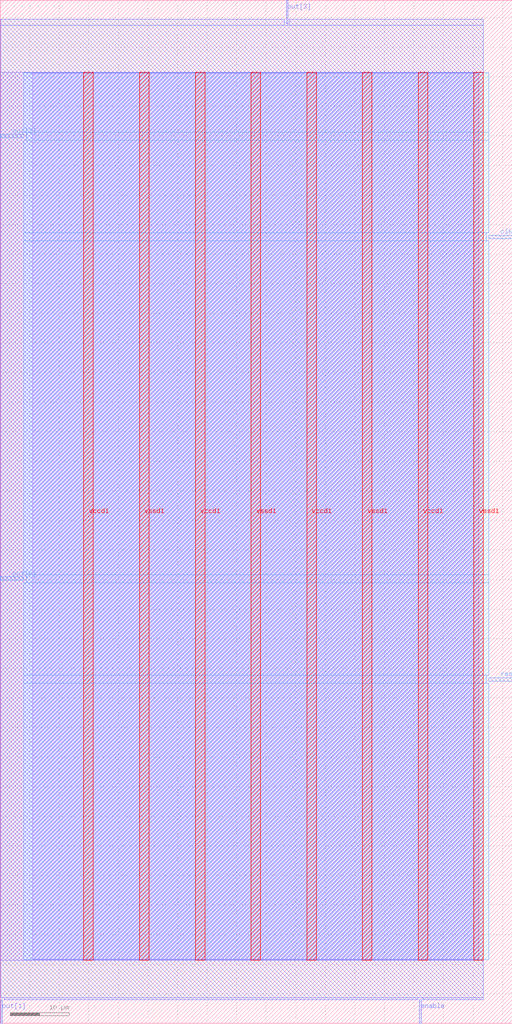
<source format=lef>
VERSION 5.7 ;
  NOWIREEXTENSIONATPIN ON ;
  DIVIDERCHAR "/" ;
  BUSBITCHARS "[]" ;
MACRO counter
  CLASS BLOCK ;
  FOREIGN counter ;
  ORIGIN 0.000 0.000 ;
  SIZE 86.630 BY 172.940 ;
  PIN clk
    DIRECTION INPUT ;
    USE SIGNAL ;
    PORT
      LAYER met3 ;
        RECT 82.630 132.640 86.630 133.240 ;
    END
  END clk
  PIN enable
    DIRECTION INPUT ;
    USE SIGNAL ;
    PORT
      LAYER met2 ;
        RECT 70.930 0.000 71.210 4.000 ;
    END
  END enable
  PIN out[0]
    DIRECTION OUTPUT TRISTATE ;
    USE SIGNAL ;
    PORT
      LAYER met3 ;
        RECT 0.000 74.840 4.000 75.440 ;
    END
  END out[0]
  PIN out[1]
    DIRECTION OUTPUT TRISTATE ;
    USE SIGNAL ;
    PORT
      LAYER met2 ;
        RECT 0.090 0.000 0.370 4.000 ;
    END
  END out[1]
  PIN out[2]
    DIRECTION OUTPUT TRISTATE ;
    USE SIGNAL ;
    PORT
      LAYER met3 ;
        RECT 0.000 149.640 4.000 150.240 ;
    END
  END out[2]
  PIN out[3]
    DIRECTION OUTPUT TRISTATE ;
    USE SIGNAL ;
    PORT
      LAYER met2 ;
        RECT 48.390 168.940 48.670 172.940 ;
    END
  END out[3]
  PIN reset
    DIRECTION INPUT ;
    USE SIGNAL ;
    PORT
      LAYER met3 ;
        RECT 82.630 57.840 86.630 58.440 ;
    END
  END reset
  PIN vccd1
    DIRECTION INOUT ;
    USE POWER ;
    PORT
      LAYER met4 ;
        RECT 14.150 10.640 15.750 160.720 ;
    END
    PORT
      LAYER met4 ;
        RECT 33.010 10.640 34.610 160.720 ;
    END
    PORT
      LAYER met4 ;
        RECT 51.870 10.640 53.470 160.720 ;
    END
    PORT
      LAYER met4 ;
        RECT 70.730 10.640 72.330 160.720 ;
    END
  END vccd1
  PIN vssd1
    DIRECTION INOUT ;
    USE GROUND ;
    PORT
      LAYER met4 ;
        RECT 23.580 10.640 25.180 160.720 ;
    END
    PORT
      LAYER met4 ;
        RECT 42.440 10.640 44.040 160.720 ;
    END
    PORT
      LAYER met4 ;
        RECT 61.300 10.640 62.900 160.720 ;
    END
    PORT
      LAYER met4 ;
        RECT 80.160 10.640 81.760 160.720 ;
    END
  END vssd1
  OBS
      LAYER li1 ;
        RECT 5.520 10.795 80.960 160.565 ;
      LAYER met1 ;
        RECT 0.070 10.640 81.760 160.720 ;
      LAYER met2 ;
        RECT 0.100 168.660 48.110 169.730 ;
        RECT 48.950 168.660 81.730 169.730 ;
        RECT 0.100 4.280 81.730 168.660 ;
        RECT 0.650 4.000 70.650 4.280 ;
        RECT 71.490 4.000 81.730 4.280 ;
      LAYER met3 ;
        RECT 4.000 150.640 82.630 160.645 ;
        RECT 4.400 149.240 82.630 150.640 ;
        RECT 4.000 133.640 82.630 149.240 ;
        RECT 4.000 132.240 82.230 133.640 ;
        RECT 4.000 75.840 82.630 132.240 ;
        RECT 4.400 74.440 82.630 75.840 ;
        RECT 4.000 58.840 82.630 74.440 ;
        RECT 4.000 57.440 82.230 58.840 ;
        RECT 4.000 10.715 82.630 57.440 ;
  END
END counter
END LIBRARY


</source>
